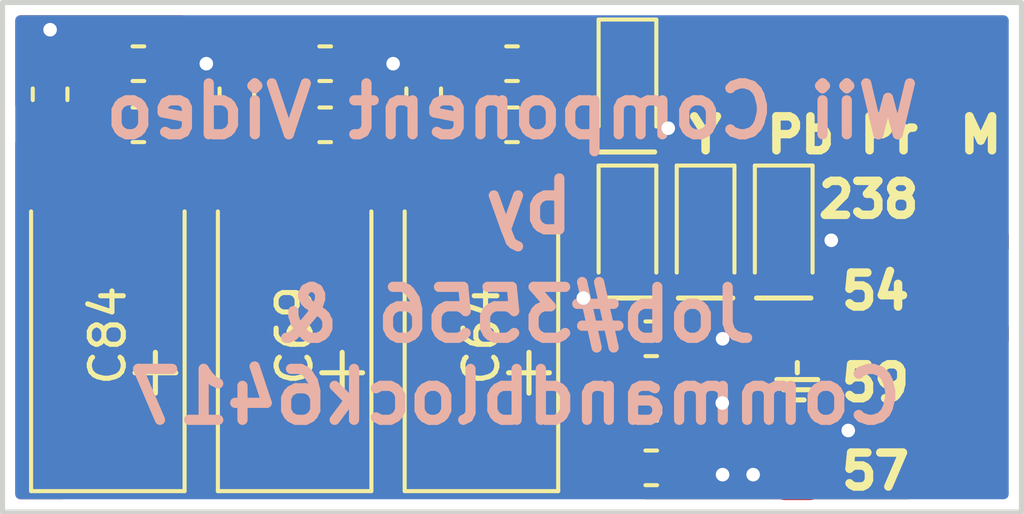
<source format=kicad_pcb>
(kicad_pcb (version 20171130) (host pcbnew 5.0.2+dfsg1-1)

  (general
    (thickness 1.6)
    (drawings 29)
    (tracks 95)
    (zones 0)
    (modules 28)
    (nets 12)
  )

  (page A4)
  (layers
    (0 F.Cu signal)
    (31 B.Cu signal hide)
    (32 B.Adhes user hide)
    (33 F.Adhes user hide)
    (34 B.Paste user hide)
    (35 F.Paste user hide)
    (36 B.SilkS user hide)
    (37 F.SilkS user)
    (38 B.Mask user hide)
    (39 F.Mask user hide)
    (40 Dwgs.User user)
    (41 Cmts.User user)
    (42 Eco1.User user)
    (43 Eco2.User user)
    (44 Edge.Cuts user)
    (45 Margin user)
    (46 B.CrtYd user)
    (47 F.CrtYd user)
    (48 B.Fab user)
    (49 F.Fab user)
  )

  (setup
    (last_trace_width 0.3)
    (trace_clearance 0.3)
    (zone_clearance 0.3)
    (zone_45_only no)
    (trace_min 0.2)
    (segment_width 0.15)
    (edge_width 0.15)
    (via_size 0.8)
    (via_drill 0.4)
    (via_min_size 0.4)
    (via_min_drill 0.3)
    (uvia_size 0.3)
    (uvia_drill 0.1)
    (uvias_allowed no)
    (uvia_min_size 0.2)
    (uvia_min_drill 0.1)
    (pcb_text_width 0.3)
    (pcb_text_size 1.5 1.5)
    (mod_edge_width 0.15)
    (mod_text_size 1 1)
    (mod_text_width 0.15)
    (pad_size 1 1)
    (pad_drill 0)
    (pad_to_mask_clearance 0.051)
    (solder_mask_min_width 0.25)
    (aux_axis_origin 0 0)
    (visible_elements FFFFFF7F)
    (pcbplotparams
      (layerselection 0x010f0_ffffffff)
      (usegerberextensions false)
      (usegerberattributes false)
      (usegerberadvancedattributes false)
      (creategerberjobfile false)
      (excludeedgelayer true)
      (linewidth 0.100000)
      (plotframeref false)
      (viasonmask false)
      (mode 1)
      (useauxorigin false)
      (hpglpennumber 1)
      (hpglpenspeed 20)
      (hpglpendiameter 15.000000)
      (psnegative false)
      (psa4output false)
      (plotreference true)
      (plotvalue true)
      (plotinvisibletext false)
      (padsonsilk false)
      (subtractmaskfromsilk false)
      (outputformat 1)
      (mirror false)
      (drillshape 0)
      (scaleselection 1)
      (outputdirectory "output/"))
  )

  (net 0 "")
  (net 1 PbOut)
  (net 2 AVE54)
  (net 3 AVE57)
  (net 4 AVE59)
  (net 5 YOut)
  (net 6 PrOut)
  (net 7 "Net-(C66-Pad1)")
  (net 8 "Net-(C83-Pad1)")
  (net 9 "Net-(C64-Pad2)")
  (net 10 GND)
  (net 11 MODE)

  (net_class Default "This is the default net class."
    (clearance 0.3)
    (trace_width 0.3)
    (via_dia 0.8)
    (via_drill 0.4)
    (uvia_dia 0.3)
    (uvia_drill 0.1)
    (add_net AVE54)
    (add_net AVE57)
    (add_net AVE59)
    (add_net GND)
    (add_net MODE)
    (add_net "Net-(C64-Pad2)")
    (add_net "Net-(C66-Pad1)")
    (add_net "Net-(C83-Pad1)")
    (add_net PbOut)
    (add_net PrOut)
    (add_net YOut)
  )

  (module Pad:pad (layer F.Cu) (tedit 5F071B82) (tstamp 5F07635C)
    (at 206.4 67.4 180)
    (path /5F07713C)
    (fp_text reference J9 (at -6.35 -0.77 180) (layer F.SilkS) hide
      (effects (font (size 1 1) (thickness 0.15)))
    )
    (fp_text value Conn_01x01_Male (at -6.35 -1.77 180) (layer F.Fab) hide
      (effects (font (size 1 1) (thickness 0.15)))
    )
    (pad 1 smd roundrect (at 0 0 180) (size 1.5 2.5) (layers F.Cu F.Paste F.Mask) (roundrect_rratio 0.25)
      (net 10 GND))
  )

  (module Pad:pad (layer F.Cu) (tedit 5F071B82) (tstamp 5F0724CE)
    (at 203.7 55.7)
    (path /5F06ADE7)
    (fp_text reference J1 (at -6.35 -0.77) (layer F.SilkS) hide
      (effects (font (size 1 1) (thickness 0.15)))
    )
    (fp_text value Conn_01x01_Male (at -6.35 -1.77) (layer F.Fab) hide
      (effects (font (size 1 1) (thickness 0.15)))
    )
    (pad 1 smd roundrect (at 0 0) (size 1.5 2.5) (layers F.Cu F.Paste F.Mask) (roundrect_rratio 0.25)
      (net 5 YOut))
  )

  (module Pad:pad (layer F.Cu) (tedit 5F071B82) (tstamp 5F0724C9)
    (at 206.4 55.7)
    (path /5F06ADED)
    (fp_text reference J2 (at -6.35 -0.77) (layer F.SilkS) hide
      (effects (font (size 1 1) (thickness 0.15)))
    )
    (fp_text value Conn_01x01_Male (at -6.35 -1.77) (layer F.Fab) hide
      (effects (font (size 1 1) (thickness 0.15)))
    )
    (pad 1 smd roundrect (at 0 0) (size 1.5 2.5) (layers F.Cu F.Paste F.Mask) (roundrect_rratio 0.25)
      (net 1 PbOut))
  )

  (module Pad:pad (layer F.Cu) (tedit 5F071B82) (tstamp 5F0724C4)
    (at 209.1 55.7)
    (path /5F06ADF3)
    (fp_text reference J3 (at -6.35 -0.77) (layer F.SilkS) hide
      (effects (font (size 1 1) (thickness 0.15)))
    )
    (fp_text value Conn_01x01_Male (at -6.35 -1.77) (layer F.Fab) hide
      (effects (font (size 1 1) (thickness 0.15)))
    )
    (pad 1 smd roundrect (at 0 0) (size 1.5 2.5) (layers F.Cu F.Paste F.Mask) (roundrect_rratio 0.25)
      (net 6 PrOut))
  )

  (module Pad:pad (layer F.Cu) (tedit 5F071B82) (tstamp 5F0724BF)
    (at 211.3 59.7 90)
    (path /5F06ADE1)
    (fp_text reference J4 (at -6.35 -0.77 90) (layer F.SilkS) hide
      (effects (font (size 1 1) (thickness 0.15)))
    )
    (fp_text value Conn_01x01_Male (at -6.35 -1.77 90) (layer F.Fab) hide
      (effects (font (size 1 1) (thickness 0.15)))
    )
    (pad 1 smd roundrect (at 0 0 90) (size 1.5 2.5) (layers F.Cu F.Paste F.Mask) (roundrect_rratio 0.25)
      (net 11 MODE))
  )

  (module Pad:pad (layer F.Cu) (tedit 5F071B82) (tstamp 5F0724B2)
    (at 211.3 65.1 90)
    (path /5F06047B)
    (fp_text reference J6 (at -6.35 -0.77 90) (layer F.SilkS) hide
      (effects (font (size 1 1) (thickness 0.15)))
    )
    (fp_text value Conn_01x01_Male (at -6.35 -1.77 90) (layer F.Fab) hide
      (effects (font (size 1 1) (thickness 0.15)))
    )
    (pad 1 smd roundrect (at 0 0 90) (size 1.5 2.5) (layers F.Cu F.Paste F.Mask) (roundrect_rratio 0.25)
      (net 4 AVE59))
  )

  (module Pad:pad (layer F.Cu) (tedit 5F071B82) (tstamp 5F0724AD)
    (at 211.3 67.8 90)
    (path /5F060CC6)
    (fp_text reference J7 (at -6.35 -0.77 90) (layer F.SilkS) hide
      (effects (font (size 1 1) (thickness 0.15)))
    )
    (fp_text value Conn_01x01_Male (at -6.35 -1.77 90) (layer F.Fab) hide
      (effects (font (size 1 1) (thickness 0.15)))
    )
    (pad 1 smd roundrect (at 0 0 90) (size 1.5 2.5) (layers F.Cu F.Paste F.Mask) (roundrect_rratio 0.25)
      (net 3 AVE57))
  )

  (module Pad:pad (layer F.Cu) (tedit 5F071B82) (tstamp 5F0724A8)
    (at 211.3 62.4 90)
    (path /5F061511)
    (fp_text reference J8 (at -6.35 -0.77 90) (layer F.SilkS) hide
      (effects (font (size 1 1) (thickness 0.15)))
    )
    (fp_text value Conn_01x01_Male (at -6.35 -1.77 90) (layer F.Fab) hide
      (effects (font (size 1 1) (thickness 0.15)))
    )
    (pad 1 smd roundrect (at 0 0 90) (size 1.5 2.5) (layers F.Cu F.Paste F.Mask) (roundrect_rratio 0.25)
      (net 2 AVE54))
  )

  (module Pad:pad (layer F.Cu) (tedit 5F071B82) (tstamp 5F071EBD)
    (at 211.8 55.7)
    (path /5F06014A)
    (fp_text reference J5 (at -6.35 -0.77) (layer F.SilkS) hide
      (effects (font (size 1 1) (thickness 0.15)))
    )
    (fp_text value Conn_01x01_Male (at -6.35 -1.77) (layer F.Fab) hide
      (effects (font (size 1 1) (thickness 0.15)))
    )
    (pad 1 smd roundrect (at 0 0) (size 1.5 2.5) (layers F.Cu F.Paste F.Mask) (roundrect_rratio 0.25)
      (net 11 MODE))
  )

  (module Diode_SMD:D_SOD-323_HandSoldering (layer F.Cu) (tedit 5F0722FA) (tstamp 5F05F070)
    (at 206 60.7 270)
    (descr SOD-323)
    (tags SOD-323)
    (path /5F03E7AD)
    (attr smd)
    (fp_text reference D4 (at -3.1 -1.8 270) (layer F.SilkS) hide
      (effects (font (size 1 1) (thickness 0.15)))
    )
    (fp_text value PESD5V0U1BA (at 0.1 1.9 270) (layer F.Fab) hide
      (effects (font (size 1 1) (thickness 0.15)))
    )
    (fp_text user %R (at 0 -1.85 270) (layer F.Fab) hide
      (effects (font (size 1 1) (thickness 0.15)))
    )
    (fp_line (start -1.9 -0.85) (end -1.9 0.85) (layer F.SilkS) (width 0.12))
    (fp_line (start 0.2 0) (end 0.45 0) (layer F.Fab) (width 0.1))
    (fp_line (start 0.2 0.35) (end -0.3 0) (layer F.Fab) (width 0.1))
    (fp_line (start 0.2 -0.35) (end 0.2 0.35) (layer F.Fab) (width 0.1))
    (fp_line (start -0.3 0) (end 0.2 -0.35) (layer F.Fab) (width 0.1))
    (fp_line (start -0.3 0) (end -0.5 0) (layer F.Fab) (width 0.1))
    (fp_line (start -0.3 -0.35) (end -0.3 0.35) (layer F.Fab) (width 0.1))
    (fp_line (start -0.9 0.7) (end -0.9 -0.7) (layer F.Fab) (width 0.1))
    (fp_line (start 0.9 0.7) (end -0.9 0.7) (layer F.Fab) (width 0.1))
    (fp_line (start 0.9 -0.7) (end 0.9 0.7) (layer F.Fab) (width 0.1))
    (fp_line (start -0.9 -0.7) (end 0.9 -0.7) (layer F.Fab) (width 0.1))
    (fp_line (start -2 -0.95) (end 2 -0.95) (layer F.CrtYd) (width 0.05))
    (fp_line (start 2 -0.95) (end 2 0.95) (layer F.CrtYd) (width 0.05))
    (fp_line (start -2 0.95) (end 2 0.95) (layer F.CrtYd) (width 0.05))
    (fp_line (start -2 -0.95) (end -2 0.95) (layer F.CrtYd) (width 0.05))
    (fp_line (start -1.9 0.85) (end 1.25 0.85) (layer F.SilkS) (width 0.12))
    (fp_line (start -1.9 -0.85) (end 1.25 -0.85) (layer F.SilkS) (width 0.12))
    (pad 1 smd roundrect (at -1.25 0 270) (size 1 1) (layers F.Cu F.Paste F.Mask) (roundrect_rratio 0.25)
      (net 11 MODE))
    (pad 2 smd roundrect (at 1.25 0 270) (size 1 1) (layers F.Cu F.Paste F.Mask) (roundrect_rratio 0.25)
      (net 10 GND))
    (model ${KISYS3DMOD}/Diode_SMD.3dshapes/D_SOD-323.wrl
      (at (xyz 0 0 0))
      (scale (xyz 1 1 1))
      (rotate (xyz 0 0 0))
    )
  )

  (module Capacitor_Tantalum_SMD:CP_EIA-7343-15_Kemet-W_Pad2.25x2.55mm_HandSolder (layer F.Cu) (tedit 5F05E3B7) (tstamp 5F04DAA8)
    (at 197.1 63.8 90)
    (descr "Tantalum Capacitor SMD Kemet-W (7343-15 Metric), IPC_7351 nominal, (Body size from: http://www.kemet.com/Lists/ProductCatalog/Attachments/253/KEM_TC101_STD.pdf), generated with kicad-footprint-generator")
    (tags "capacitor tantalum")
    (path /5ED1E557)
    (attr smd)
    (fp_text reference C64 (at 0 0 90) (layer F.SilkS)
      (effects (font (size 1 1) (thickness 0.15)))
    )
    (fp_text value 220μF (at 0 3.1 90) (layer F.Fab) hide
      (effects (font (size 1 1) (thickness 0.15)))
    )
    (fp_line (start 3.65 -2.15) (end -2.65 -2.15) (layer F.Fab) (width 0.1))
    (fp_line (start -2.65 -2.15) (end -3.65 -1.15) (layer F.Fab) (width 0.1))
    (fp_line (start -3.65 -1.15) (end -3.65 2.15) (layer F.Fab) (width 0.1))
    (fp_line (start -3.65 2.15) (end 3.65 2.15) (layer F.Fab) (width 0.1))
    (fp_line (start 3.65 2.15) (end 3.65 -2.15) (layer F.Fab) (width 0.1))
    (fp_line (start 3.65 -2.26) (end -4.585 -2.26) (layer F.SilkS) (width 0.12))
    (fp_line (start -4.585 -2.26) (end -4.585 2.26) (layer F.SilkS) (width 0.12))
    (fp_line (start -4.585 2.26) (end 3.65 2.26) (layer F.SilkS) (width 0.12))
    (fp_line (start -4.58 2.4) (end -4.58 -2.4) (layer F.CrtYd) (width 0.05))
    (fp_line (start -4.58 -2.4) (end 4.58 -2.4) (layer F.CrtYd) (width 0.05))
    (fp_line (start 4.58 -2.4) (end 4.58 2.4) (layer F.CrtYd) (width 0.05))
    (fp_line (start 4.58 2.4) (end -4.58 2.4) (layer F.CrtYd) (width 0.05))
    (fp_text user %R (at 0 0 90) (layer F.Fab)
      (effects (font (size 1 1) (thickness 0.15)))
    )
    (pad 1 smd roundrect (at -3.2 0 90) (size 2.25 2.55) (layers F.Cu F.Paste F.Mask) (roundrect_rratio 0.111111)
      (net 3 AVE57))
    (pad 2 smd roundrect (at 3.2 0 90) (size 2.25 2.55) (layers F.Cu F.Paste F.Mask) (roundrect_rratio 0.111111)
      (net 9 "Net-(C64-Pad2)"))
    (model ${KISYS3DMOD}/Capacitor_Tantalum_SMD.3dshapes/CP_EIA-7343-15_Kemet-W.wrl
      (at (xyz 0 0 0))
      (scale (xyz 1 1 1))
      (rotate (xyz 0 0 0))
    )
  )

  (module Capacitor_Tantalum_SMD:CP_EIA-7343-15_Kemet-W_Pad2.25x2.55mm_HandSolder (layer F.Cu) (tedit 5F05E3BA) (tstamp 5F04DA96)
    (at 191.6 63.8 90)
    (descr "Tantalum Capacitor SMD Kemet-W (7343-15 Metric), IPC_7351 nominal, (Body size from: http://www.kemet.com/Lists/ProductCatalog/Attachments/253/KEM_TC101_STD.pdf), generated with kicad-footprint-generator")
    (tags "capacitor tantalum")
    (path /5ED1DC64)
    (attr smd)
    (fp_text reference C69 (at 0 0 90) (layer F.SilkS)
      (effects (font (size 1 1) (thickness 0.15)))
    )
    (fp_text value 220μF (at 0 3.1 90) (layer F.Fab) hide
      (effects (font (size 1 1) (thickness 0.15)))
    )
    (fp_text user %R (at 0 0 90) (layer F.Fab)
      (effects (font (size 1 1) (thickness 0.15)))
    )
    (fp_line (start 4.58 2.4) (end -4.58 2.4) (layer F.CrtYd) (width 0.05))
    (fp_line (start 4.58 -2.4) (end 4.58 2.4) (layer F.CrtYd) (width 0.05))
    (fp_line (start -4.58 -2.4) (end 4.58 -2.4) (layer F.CrtYd) (width 0.05))
    (fp_line (start -4.58 2.4) (end -4.58 -2.4) (layer F.CrtYd) (width 0.05))
    (fp_line (start -4.585 2.26) (end 3.65 2.26) (layer F.SilkS) (width 0.12))
    (fp_line (start -4.585 -2.26) (end -4.585 2.26) (layer F.SilkS) (width 0.12))
    (fp_line (start 3.65 -2.26) (end -4.585 -2.26) (layer F.SilkS) (width 0.12))
    (fp_line (start 3.65 2.15) (end 3.65 -2.15) (layer F.Fab) (width 0.1))
    (fp_line (start -3.65 2.15) (end 3.65 2.15) (layer F.Fab) (width 0.1))
    (fp_line (start -3.65 -1.15) (end -3.65 2.15) (layer F.Fab) (width 0.1))
    (fp_line (start -2.65 -2.15) (end -3.65 -1.15) (layer F.Fab) (width 0.1))
    (fp_line (start 3.65 -2.15) (end -2.65 -2.15) (layer F.Fab) (width 0.1))
    (pad 2 smd roundrect (at 3.2 0 90) (size 2.25 2.55) (layers F.Cu F.Paste F.Mask) (roundrect_rratio 0.111111)
      (net 7 "Net-(C66-Pad1)"))
    (pad 1 smd roundrect (at -3.2 0 90) (size 2.25 2.55) (layers F.Cu F.Paste F.Mask) (roundrect_rratio 0.111111)
      (net 4 AVE59))
    (model ${KISYS3DMOD}/Capacitor_Tantalum_SMD.3dshapes/CP_EIA-7343-15_Kemet-W.wrl
      (at (xyz 0 0 0))
      (scale (xyz 1 1 1))
      (rotate (xyz 0 0 0))
    )
  )

  (module Capacitor_Tantalum_SMD:CP_EIA-7343-15_Kemet-W_Pad2.25x2.55mm_HandSolder (layer F.Cu) (tedit 5F05E3BD) (tstamp 5F04DA84)
    (at 186.1 63.8 90)
    (descr "Tantalum Capacitor SMD Kemet-W (7343-15 Metric), IPC_7351 nominal, (Body size from: http://www.kemet.com/Lists/ProductCatalog/Attachments/253/KEM_TC101_STD.pdf), generated with kicad-footprint-generator")
    (tags "capacitor tantalum")
    (path /5ED1F3C6)
    (attr smd)
    (fp_text reference C84 (at 0 0 90) (layer F.SilkS)
      (effects (font (size 1 1) (thickness 0.15)))
    )
    (fp_text value 220μF (at 0 3.1 90) (layer F.Fab) hide
      (effects (font (size 1 1) (thickness 0.15)))
    )
    (fp_line (start 3.65 -2.15) (end -2.65 -2.15) (layer F.Fab) (width 0.1))
    (fp_line (start -2.65 -2.15) (end -3.65 -1.15) (layer F.Fab) (width 0.1))
    (fp_line (start -3.65 -1.15) (end -3.65 2.15) (layer F.Fab) (width 0.1))
    (fp_line (start -3.65 2.15) (end 3.65 2.15) (layer F.Fab) (width 0.1))
    (fp_line (start 3.65 2.15) (end 3.65 -2.15) (layer F.Fab) (width 0.1))
    (fp_line (start 3.65 -2.26) (end -4.585 -2.26) (layer F.SilkS) (width 0.12))
    (fp_line (start -4.585 -2.26) (end -4.585 2.26) (layer F.SilkS) (width 0.12))
    (fp_line (start -4.585 2.26) (end 3.65 2.26) (layer F.SilkS) (width 0.12))
    (fp_line (start -4.58 2.4) (end -4.58 -2.4) (layer F.CrtYd) (width 0.05))
    (fp_line (start -4.58 -2.4) (end 4.58 -2.4) (layer F.CrtYd) (width 0.05))
    (fp_line (start 4.58 -2.4) (end 4.58 2.4) (layer F.CrtYd) (width 0.05))
    (fp_line (start 4.58 2.4) (end -4.58 2.4) (layer F.CrtYd) (width 0.05))
    (fp_text user %R (at 0 0 90) (layer F.Fab)
      (effects (font (size 1 1) (thickness 0.15)))
    )
    (pad 1 smd roundrect (at -3.2 0 90) (size 2.25 2.55) (layers F.Cu F.Paste F.Mask) (roundrect_rratio 0.111111)
      (net 2 AVE54))
    (pad 2 smd roundrect (at 3.2 0 90) (size 2.25 2.55) (layers F.Cu F.Paste F.Mask) (roundrect_rratio 0.111111)
      (net 8 "Net-(C83-Pad1)"))
    (model ${KISYS3DMOD}/Capacitor_Tantalum_SMD.3dshapes/CP_EIA-7343-15_Kemet-W.wrl
      (at (xyz 0 0 0))
      (scale (xyz 1 1 1))
      (rotate (xyz 0 0 0))
    )
  )

  (module Diode_SMD:D_SOD-323_HandSoldering (layer F.Cu) (tedit 5F072305) (tstamp 5F044815)
    (at 201.4 56.4 270)
    (descr SOD-323)
    (tags SOD-323)
    (path /5F035767)
    (attr smd)
    (fp_text reference D1 (at -2.3 -1.7 270) (layer F.SilkS) hide
      (effects (font (size 1 1) (thickness 0.15)))
    )
    (fp_text value PESD5V0U1BA (at 23.51 -12.17 270) (layer F.Fab) hide
      (effects (font (size 1 1) (thickness 0.15)))
    )
    (fp_text user %R (at 0 -1.85 270) (layer F.Fab) hide
      (effects (font (size 1 1) (thickness 0.15)))
    )
    (fp_line (start -1.9 -0.85) (end -1.9 0.85) (layer F.SilkS) (width 0.12))
    (fp_line (start 0.2 0) (end 0.45 0) (layer F.Fab) (width 0.1))
    (fp_line (start 0.2 0.35) (end -0.3 0) (layer F.Fab) (width 0.1))
    (fp_line (start 0.2 -0.35) (end 0.2 0.35) (layer F.Fab) (width 0.1))
    (fp_line (start -0.3 0) (end 0.2 -0.35) (layer F.Fab) (width 0.1))
    (fp_line (start -0.3 0) (end -0.5 0) (layer F.Fab) (width 0.1))
    (fp_line (start -0.3 -0.35) (end -0.3 0.35) (layer F.Fab) (width 0.1))
    (fp_line (start -0.9 0.7) (end -0.9 -0.7) (layer F.Fab) (width 0.1))
    (fp_line (start 0.9 0.7) (end -0.9 0.7) (layer F.Fab) (width 0.1))
    (fp_line (start 0.9 -0.7) (end 0.9 0.7) (layer F.Fab) (width 0.1))
    (fp_line (start -0.9 -0.7) (end 0.9 -0.7) (layer F.Fab) (width 0.1))
    (fp_line (start -2 -0.95) (end 2 -0.95) (layer F.CrtYd) (width 0.05))
    (fp_line (start 2 -0.95) (end 2 0.95) (layer F.CrtYd) (width 0.05))
    (fp_line (start -2 0.95) (end 2 0.95) (layer F.CrtYd) (width 0.05))
    (fp_line (start -2 -0.95) (end -2 0.95) (layer F.CrtYd) (width 0.05))
    (fp_line (start -1.9 0.85) (end 1.25 0.85) (layer F.SilkS) (width 0.12))
    (fp_line (start -1.9 -0.85) (end 1.25 -0.85) (layer F.SilkS) (width 0.12))
    (pad 1 smd roundrect (at -1.25 0 270) (size 1 1) (layers F.Cu F.Paste F.Mask) (roundrect_rratio 0.25)
      (net 5 YOut))
    (pad 2 smd roundrect (at 1.25 0 270) (size 1 1) (layers F.Cu F.Paste F.Mask) (roundrect_rratio 0.25)
      (net 10 GND))
    (model ${KISYS3DMOD}/Diode_SMD.3dshapes/D_SOD-323.wrl
      (at (xyz 0 0 0))
      (scale (xyz 1 1 1))
      (rotate (xyz 0 0 0))
    )
  )

  (module Diode_SMD:D_SOD-323_HandSoldering (layer F.Cu) (tedit 5F0722F3) (tstamp 5F043865)
    (at 201.4 60.7 270)
    (descr SOD-323)
    (tags SOD-323)
    (path /5F035A3D)
    (attr smd)
    (fp_text reference D2 (at -2.4 -1.6 270) (layer F.SilkS) hide
      (effects (font (size 1 1) (thickness 0.15)))
    )
    (fp_text value PESD5V0U1BA (at 0.1 1.9 270) (layer F.Fab) hide
      (effects (font (size 1 1) (thickness 0.15)))
    )
    (fp_line (start -1.9 -0.85) (end 1.25 -0.85) (layer F.SilkS) (width 0.12))
    (fp_line (start -1.9 0.85) (end 1.25 0.85) (layer F.SilkS) (width 0.12))
    (fp_line (start -2 -0.95) (end -2 0.95) (layer F.CrtYd) (width 0.05))
    (fp_line (start -2 0.95) (end 2 0.95) (layer F.CrtYd) (width 0.05))
    (fp_line (start 2 -0.95) (end 2 0.95) (layer F.CrtYd) (width 0.05))
    (fp_line (start -2 -0.95) (end 2 -0.95) (layer F.CrtYd) (width 0.05))
    (fp_line (start -0.9 -0.7) (end 0.9 -0.7) (layer F.Fab) (width 0.1))
    (fp_line (start 0.9 -0.7) (end 0.9 0.7) (layer F.Fab) (width 0.1))
    (fp_line (start 0.9 0.7) (end -0.9 0.7) (layer F.Fab) (width 0.1))
    (fp_line (start -0.9 0.7) (end -0.9 -0.7) (layer F.Fab) (width 0.1))
    (fp_line (start -0.3 -0.35) (end -0.3 0.35) (layer F.Fab) (width 0.1))
    (fp_line (start -0.3 0) (end -0.5 0) (layer F.Fab) (width 0.1))
    (fp_line (start -0.3 0) (end 0.2 -0.35) (layer F.Fab) (width 0.1))
    (fp_line (start 0.2 -0.35) (end 0.2 0.35) (layer F.Fab) (width 0.1))
    (fp_line (start 0.2 0.35) (end -0.3 0) (layer F.Fab) (width 0.1))
    (fp_line (start 0.2 0) (end 0.45 0) (layer F.Fab) (width 0.1))
    (fp_line (start -1.9 -0.85) (end -1.9 0.85) (layer F.SilkS) (width 0.12))
    (fp_text user %R (at 0 -1.85 270) (layer F.Fab) hide
      (effects (font (size 1 1) (thickness 0.15)))
    )
    (pad 2 smd roundrect (at 1.25 0 270) (size 1 1) (layers F.Cu F.Paste F.Mask) (roundrect_rratio 0.25)
      (net 10 GND))
    (pad 1 smd roundrect (at -1.25 0 270) (size 1 1) (layers F.Cu F.Paste F.Mask) (roundrect_rratio 0.25)
      (net 1 PbOut))
    (model ${KISYS3DMOD}/Diode_SMD.3dshapes/D_SOD-323.wrl
      (at (xyz 0 0 0))
      (scale (xyz 1 1 1))
      (rotate (xyz 0 0 0))
    )
  )

  (module Diode_SMD:D_SOD-323_HandSoldering (layer F.Cu) (tedit 5F0722F6) (tstamp 5F04384E)
    (at 203.7 60.7 270)
    (descr SOD-323)
    (tags SOD-323)
    (path /5F03636E)
    (attr smd)
    (fp_text reference D3 (at 0 -1.85 270) (layer F.SilkS) hide
      (effects (font (size 1 1) (thickness 0.15)))
    )
    (fp_text value PESD5V0U1BA (at 0.1 1.9 270) (layer F.Fab) hide
      (effects (font (size 1 1) (thickness 0.15)))
    )
    (fp_text user %R (at 5.3 -3.3 270) (layer F.Fab) hide
      (effects (font (size 1 1) (thickness 0.15)))
    )
    (fp_line (start -1.9 -0.85) (end -1.9 0.85) (layer F.SilkS) (width 0.12))
    (fp_line (start 0.2 0) (end 0.45 0) (layer F.Fab) (width 0.1))
    (fp_line (start 0.2 0.35) (end -0.3 0) (layer F.Fab) (width 0.1))
    (fp_line (start 0.2 -0.35) (end 0.2 0.35) (layer F.Fab) (width 0.1))
    (fp_line (start -0.3 0) (end 0.2 -0.35) (layer F.Fab) (width 0.1))
    (fp_line (start -0.3 0) (end -0.5 0) (layer F.Fab) (width 0.1))
    (fp_line (start -0.3 -0.35) (end -0.3 0.35) (layer F.Fab) (width 0.1))
    (fp_line (start -0.9 0.7) (end -0.9 -0.7) (layer F.Fab) (width 0.1))
    (fp_line (start 0.9 0.7) (end -0.9 0.7) (layer F.Fab) (width 0.1))
    (fp_line (start 0.9 -0.7) (end 0.9 0.7) (layer F.Fab) (width 0.1))
    (fp_line (start -0.9 -0.7) (end 0.9 -0.7) (layer F.Fab) (width 0.1))
    (fp_line (start -2 -0.95) (end 2 -0.95) (layer F.CrtYd) (width 0.05))
    (fp_line (start 2 -0.95) (end 2 0.95) (layer F.CrtYd) (width 0.05))
    (fp_line (start -2 0.95) (end 2 0.95) (layer F.CrtYd) (width 0.05))
    (fp_line (start -2 -0.95) (end -2 0.95) (layer F.CrtYd) (width 0.05))
    (fp_line (start -1.9 0.85) (end 1.25 0.85) (layer F.SilkS) (width 0.12))
    (fp_line (start -1.9 -0.85) (end 1.25 -0.85) (layer F.SilkS) (width 0.12))
    (pad 1 smd roundrect (at -1.25 0 270) (size 1 1) (layers F.Cu F.Paste F.Mask) (roundrect_rratio 0.25)
      (net 6 PrOut))
    (pad 2 smd roundrect (at 1.25 0 270) (size 1 1) (layers F.Cu F.Paste F.Mask) (roundrect_rratio 0.25)
      (net 10 GND))
    (model ${KISYS3DMOD}/Diode_SMD.3dshapes/D_SOD-323.wrl
      (at (xyz 0 0 0))
      (scale (xyz 1 1 1))
      (rotate (xyz 0 0 0))
    )
  )

  (module Capacitor_SMD:C_0603_1608Metric_Pad1.05x0.95mm_HandSolder (layer F.Cu) (tedit 5F05E91F) (tstamp 5EFBC519)
    (at 184.4 56.7 270)
    (descr "Capacitor SMD 0603 (1608 Metric), square (rectangular) end terminal, IPC_7351 nominal with elongated pad for handsoldering. (Body size source: http://www.tortai-tech.com/upload/download/2011102023233369053.pdf), generated with kicad-footprint-generator")
    (tags "capacitor handsolder")
    (path /5ECF6BC3)
    (attr smd)
    (fp_text reference C85 (at 0 1.6 270) (layer F.SilkS) hide
      (effects (font (size 1 1) (thickness 0.15)))
    )
    (fp_text value 100pF (at 0 1.43 270) (layer F.Fab) hide
      (effects (font (size 1 1) (thickness 0.15)))
    )
    (fp_text user %R (at 0 0 270) (layer F.Fab)
      (effects (font (size 0.4 0.4) (thickness 0.06)))
    )
    (fp_line (start 1.65 0.73) (end -1.65 0.73) (layer F.CrtYd) (width 0.05))
    (fp_line (start 1.65 -0.73) (end 1.65 0.73) (layer F.CrtYd) (width 0.05))
    (fp_line (start -1.65 -0.73) (end 1.65 -0.73) (layer F.CrtYd) (width 0.05))
    (fp_line (start -1.65 0.73) (end -1.65 -0.73) (layer F.CrtYd) (width 0.05))
    (fp_line (start -0.171267 0.51) (end 0.171267 0.51) (layer F.SilkS) (width 0.12))
    (fp_line (start -0.171267 -0.51) (end 0.171267 -0.51) (layer F.SilkS) (width 0.12))
    (fp_line (start 0.8 0.4) (end -0.8 0.4) (layer F.Fab) (width 0.1))
    (fp_line (start 0.8 -0.4) (end 0.8 0.4) (layer F.Fab) (width 0.1))
    (fp_line (start -0.8 -0.4) (end 0.8 -0.4) (layer F.Fab) (width 0.1))
    (fp_line (start -0.8 0.4) (end -0.8 -0.4) (layer F.Fab) (width 0.1))
    (pad 2 smd roundrect (at 0.875 0 270) (size 1.05 0.95) (layers F.Cu F.Paste F.Mask) (roundrect_rratio 0.25)
      (net 8 "Net-(C83-Pad1)"))
    (pad 1 smd roundrect (at -0.875 0 270) (size 1.05 0.95) (layers F.Cu F.Paste F.Mask) (roundrect_rratio 0.25)
      (net 10 GND))
    (model ${KISYS3DMOD}/Capacitor_SMD.3dshapes/C_0603_1608Metric.wrl
      (at (xyz 0 0 0))
      (scale (xyz 1 1 1))
      (rotate (xyz 0 0 0))
    )
  )

  (module Capacitor_SMD:C_0603_1608Metric_Pad1.05x0.95mm_HandSolder (layer F.Cu) (tedit 5F05E70D) (tstamp 5EFBC508)
    (at 187 55.8)
    (descr "Capacitor SMD 0603 (1608 Metric), square (rectangular) end terminal, IPC_7351 nominal with elongated pad for handsoldering. (Body size source: http://www.tortai-tech.com/upload/download/2011102023233369053.pdf), generated with kicad-footprint-generator")
    (tags "capacitor handsolder")
    (path /5ECF6BB9)
    (attr smd)
    (fp_text reference C83 (at 0 -1.43) (layer F.SilkS) hide
      (effects (font (size 1 1) (thickness 0.15)))
    )
    (fp_text value 50pF (at 0 1.43) (layer F.Fab) hide
      (effects (font (size 1 1) (thickness 0.15)))
    )
    (fp_line (start -0.8 0.4) (end -0.8 -0.4) (layer F.Fab) (width 0.1))
    (fp_line (start -0.8 -0.4) (end 0.8 -0.4) (layer F.Fab) (width 0.1))
    (fp_line (start 0.8 -0.4) (end 0.8 0.4) (layer F.Fab) (width 0.1))
    (fp_line (start 0.8 0.4) (end -0.8 0.4) (layer F.Fab) (width 0.1))
    (fp_line (start -0.171267 -0.51) (end 0.171267 -0.51) (layer F.SilkS) (width 0.12))
    (fp_line (start -0.171267 0.51) (end 0.171267 0.51) (layer F.SilkS) (width 0.12))
    (fp_line (start -1.65 0.73) (end -1.65 -0.73) (layer F.CrtYd) (width 0.05))
    (fp_line (start -1.65 -0.73) (end 1.65 -0.73) (layer F.CrtYd) (width 0.05))
    (fp_line (start 1.65 -0.73) (end 1.65 0.73) (layer F.CrtYd) (width 0.05))
    (fp_line (start 1.65 0.73) (end -1.65 0.73) (layer F.CrtYd) (width 0.05))
    (fp_text user %R (at 0 0) (layer F.Fab)
      (effects (font (size 0.4 0.4) (thickness 0.06)))
    )
    (pad 1 smd roundrect (at -0.875 0) (size 1.05 0.95) (layers F.Cu F.Paste F.Mask) (roundrect_rratio 0.25)
      (net 8 "Net-(C83-Pad1)"))
    (pad 2 smd roundrect (at 0.875 0) (size 1.05 0.95) (layers F.Cu F.Paste F.Mask) (roundrect_rratio 0.25)
      (net 5 YOut))
    (model ${KISYS3DMOD}/Capacitor_SMD.3dshapes/C_0603_1608Metric.wrl
      (at (xyz 0 0 0))
      (scale (xyz 1 1 1))
      (rotate (xyz 0 0 0))
    )
  )

  (module Capacitor_SMD:C_0603_1608Metric_Pad1.05x0.95mm_HandSolder (layer F.Cu) (tedit 5F05E8ED) (tstamp 5EFBC4F7)
    (at 195.4 56.7 270)
    (descr "Capacitor SMD 0603 (1608 Metric), square (rectangular) end terminal, IPC_7351 nominal with elongated pad for handsoldering. (Body size source: http://www.tortai-tech.com/upload/download/2011102023233369053.pdf), generated with kicad-footprint-generator")
    (tags "capacitor handsolder")
    (path /5ECE7B2C)
    (attr smd)
    (fp_text reference C78 (at 0 1.6 270) (layer F.SilkS) hide
      (effects (font (size 1 1) (thickness 0.15)))
    )
    (fp_text value 100pF (at 0 1.43 270) (layer F.Fab) hide
      (effects (font (size 1 1) (thickness 0.15)))
    )
    (fp_text user %R (at 0 0 270) (layer F.Fab)
      (effects (font (size 0.4 0.4) (thickness 0.06)))
    )
    (fp_line (start 1.65 0.73) (end -1.65 0.73) (layer F.CrtYd) (width 0.05))
    (fp_line (start 1.65 -0.73) (end 1.65 0.73) (layer F.CrtYd) (width 0.05))
    (fp_line (start -1.65 -0.73) (end 1.65 -0.73) (layer F.CrtYd) (width 0.05))
    (fp_line (start -1.65 0.73) (end -1.65 -0.73) (layer F.CrtYd) (width 0.05))
    (fp_line (start -0.171267 0.51) (end 0.171267 0.51) (layer F.SilkS) (width 0.12))
    (fp_line (start -0.171267 -0.51) (end 0.171267 -0.51) (layer F.SilkS) (width 0.12))
    (fp_line (start 0.8 0.4) (end -0.8 0.4) (layer F.Fab) (width 0.1))
    (fp_line (start 0.8 -0.4) (end 0.8 0.4) (layer F.Fab) (width 0.1))
    (fp_line (start -0.8 -0.4) (end 0.8 -0.4) (layer F.Fab) (width 0.1))
    (fp_line (start -0.8 0.4) (end -0.8 -0.4) (layer F.Fab) (width 0.1))
    (pad 2 smd roundrect (at 0.875 0 270) (size 1.05 0.95) (layers F.Cu F.Paste F.Mask) (roundrect_rratio 0.25)
      (net 9 "Net-(C64-Pad2)"))
    (pad 1 smd roundrect (at -0.875 0 270) (size 1.05 0.95) (layers F.Cu F.Paste F.Mask) (roundrect_rratio 0.25)
      (net 10 GND))
    (model ${KISYS3DMOD}/Capacitor_SMD.3dshapes/C_0603_1608Metric.wrl
      (at (xyz 0 0 0))
      (scale (xyz 1 1 1))
      (rotate (xyz 0 0 0))
    )
  )

  (module Capacitor_SMD:C_0603_1608Metric_Pad1.05x0.95mm_HandSolder (layer F.Cu) (tedit 5F05E709) (tstamp 5EFBC4E6)
    (at 198 55.8)
    (descr "Capacitor SMD 0603 (1608 Metric), square (rectangular) end terminal, IPC_7351 nominal with elongated pad for handsoldering. (Body size source: http://www.tortai-tech.com/upload/download/2011102023233369053.pdf), generated with kicad-footprint-generator")
    (tags "capacitor handsolder")
    (path /5ECE76BF)
    (attr smd)
    (fp_text reference C74 (at 0 -1.43) (layer F.SilkS) hide
      (effects (font (size 1 1) (thickness 0.15)))
    )
    (fp_text value 50pF (at 0 1.43) (layer F.Fab) hide
      (effects (font (size 1 1) (thickness 0.15)))
    )
    (fp_line (start -0.8 0.4) (end -0.8 -0.4) (layer F.Fab) (width 0.1))
    (fp_line (start -0.8 -0.4) (end 0.8 -0.4) (layer F.Fab) (width 0.1))
    (fp_line (start 0.8 -0.4) (end 0.8 0.4) (layer F.Fab) (width 0.1))
    (fp_line (start 0.8 0.4) (end -0.8 0.4) (layer F.Fab) (width 0.1))
    (fp_line (start -0.171267 -0.51) (end 0.171267 -0.51) (layer F.SilkS) (width 0.12))
    (fp_line (start -0.171267 0.51) (end 0.171267 0.51) (layer F.SilkS) (width 0.12))
    (fp_line (start -1.65 0.73) (end -1.65 -0.73) (layer F.CrtYd) (width 0.05))
    (fp_line (start -1.65 -0.73) (end 1.65 -0.73) (layer F.CrtYd) (width 0.05))
    (fp_line (start 1.65 -0.73) (end 1.65 0.73) (layer F.CrtYd) (width 0.05))
    (fp_line (start 1.65 0.73) (end -1.65 0.73) (layer F.CrtYd) (width 0.05))
    (fp_text user %R (at 0 0) (layer F.Fab)
      (effects (font (size 0.4 0.4) (thickness 0.06)))
    )
    (pad 1 smd roundrect (at -0.875 0) (size 1.05 0.95) (layers F.Cu F.Paste F.Mask) (roundrect_rratio 0.25)
      (net 9 "Net-(C64-Pad2)"))
    (pad 2 smd roundrect (at 0.875 0) (size 1.05 0.95) (layers F.Cu F.Paste F.Mask) (roundrect_rratio 0.25)
      (net 1 PbOut))
    (model ${KISYS3DMOD}/Capacitor_SMD.3dshapes/C_0603_1608Metric.wrl
      (at (xyz 0 0 0))
      (scale (xyz 1 1 1))
      (rotate (xyz 0 0 0))
    )
  )

  (module Capacitor_SMD:C_0603_1608Metric_Pad1.05x0.95mm_HandSolder (layer F.Cu) (tedit 5F05E8EB) (tstamp 5EFBC4D5)
    (at 189.9 56.7 270)
    (descr "Capacitor SMD 0603 (1608 Metric), square (rectangular) end terminal, IPC_7351 nominal with elongated pad for handsoldering. (Body size source: http://www.tortai-tech.com/upload/download/2011102023233369053.pdf), generated with kicad-footprint-generator")
    (tags "capacitor handsolder")
    (path /5ECDAFCC)
    (attr smd)
    (fp_text reference C72 (at 0 1.6 90) (layer F.SilkS) hide
      (effects (font (size 1 1) (thickness 0.15)))
    )
    (fp_text value 100pF (at 0 1.43 270) (layer F.Fab) hide
      (effects (font (size 1 1) (thickness 0.15)))
    )
    (fp_text user %R (at 0 0 270) (layer F.Fab)
      (effects (font (size 0.4 0.4) (thickness 0.06)))
    )
    (fp_line (start 1.65 0.73) (end -1.65 0.73) (layer F.CrtYd) (width 0.05))
    (fp_line (start 1.65 -0.73) (end 1.65 0.73) (layer F.CrtYd) (width 0.05))
    (fp_line (start -1.65 -0.73) (end 1.65 -0.73) (layer F.CrtYd) (width 0.05))
    (fp_line (start -1.65 0.73) (end -1.65 -0.73) (layer F.CrtYd) (width 0.05))
    (fp_line (start -0.171267 0.51) (end 0.171267 0.51) (layer F.SilkS) (width 0.12))
    (fp_line (start -0.171267 -0.51) (end 0.171267 -0.51) (layer F.SilkS) (width 0.12))
    (fp_line (start 0.8 0.4) (end -0.8 0.4) (layer F.Fab) (width 0.1))
    (fp_line (start 0.8 -0.4) (end 0.8 0.4) (layer F.Fab) (width 0.1))
    (fp_line (start -0.8 -0.4) (end 0.8 -0.4) (layer F.Fab) (width 0.1))
    (fp_line (start -0.8 0.4) (end -0.8 -0.4) (layer F.Fab) (width 0.1))
    (pad 2 smd roundrect (at 0.875 0 270) (size 1.05 0.95) (layers F.Cu F.Paste F.Mask) (roundrect_rratio 0.25)
      (net 7 "Net-(C66-Pad1)"))
    (pad 1 smd roundrect (at -0.875 0 270) (size 1.05 0.95) (layers F.Cu F.Paste F.Mask) (roundrect_rratio 0.25)
      (net 10 GND))
    (model ${KISYS3DMOD}/Capacitor_SMD.3dshapes/C_0603_1608Metric.wrl
      (at (xyz 0 0 0))
      (scale (xyz 1 1 1))
      (rotate (xyz 0 0 0))
    )
  )

  (module Capacitor_SMD:C_0603_1608Metric_Pad1.05x0.95mm_HandSolder (layer F.Cu) (tedit 5F05E705) (tstamp 5EFBC4C4)
    (at 192.5 55.8)
    (descr "Capacitor SMD 0603 (1608 Metric), square (rectangular) end terminal, IPC_7351 nominal with elongated pad for handsoldering. (Body size source: http://www.tortai-tech.com/upload/download/2011102023233369053.pdf), generated with kicad-footprint-generator")
    (tags "capacitor handsolder")
    (path /5ECD6281)
    (attr smd)
    (fp_text reference C66 (at 0 -1.43) (layer F.SilkS) hide
      (effects (font (size 1 1) (thickness 0.15)))
    )
    (fp_text value 50pF (at 0 1.43) (layer F.Fab) hide
      (effects (font (size 1 1) (thickness 0.15)))
    )
    (fp_line (start -0.8 0.4) (end -0.8 -0.4) (layer F.Fab) (width 0.1))
    (fp_line (start -0.8 -0.4) (end 0.8 -0.4) (layer F.Fab) (width 0.1))
    (fp_line (start 0.8 -0.4) (end 0.8 0.4) (layer F.Fab) (width 0.1))
    (fp_line (start 0.8 0.4) (end -0.8 0.4) (layer F.Fab) (width 0.1))
    (fp_line (start -0.171267 -0.51) (end 0.171267 -0.51) (layer F.SilkS) (width 0.12))
    (fp_line (start -0.171267 0.51) (end 0.171267 0.51) (layer F.SilkS) (width 0.12))
    (fp_line (start -1.65 0.73) (end -1.65 -0.73) (layer F.CrtYd) (width 0.05))
    (fp_line (start -1.65 -0.73) (end 1.65 -0.73) (layer F.CrtYd) (width 0.05))
    (fp_line (start 1.65 -0.73) (end 1.65 0.73) (layer F.CrtYd) (width 0.05))
    (fp_line (start 1.65 0.73) (end -1.65 0.73) (layer F.CrtYd) (width 0.05))
    (fp_text user %R (at 0 0) (layer F.Fab)
      (effects (font (size 0.4 0.4) (thickness 0.06)))
    )
    (pad 1 smd roundrect (at -0.875 0) (size 1.05 0.95) (layers F.Cu F.Paste F.Mask) (roundrect_rratio 0.25)
      (net 7 "Net-(C66-Pad1)"))
    (pad 2 smd roundrect (at 0.875 0) (size 1.05 0.95) (layers F.Cu F.Paste F.Mask) (roundrect_rratio 0.25)
      (net 6 PrOut))
    (model ${KISYS3DMOD}/Capacitor_SMD.3dshapes/C_0603_1608Metric.wrl
      (at (xyz 0 0 0))
      (scale (xyz 1 1 1))
      (rotate (xyz 0 0 0))
    )
  )

  (module Inductor_SMD:L_0603_1608Metric_Pad1.05x0.95mm_HandSolder (layer F.Cu) (tedit 5F05E70F) (tstamp 5EFBC4B3)
    (at 187 57.6 180)
    (descr "Capacitor SMD 0603 (1608 Metric), square (rectangular) end terminal, IPC_7351 nominal with elongated pad for handsoldering. (Body size source: http://www.tortai-tech.com/upload/download/2011102023233369053.pdf), generated with kicad-footprint-generator")
    (tags "inductor handsolder")
    (path /5ED8BF7A)
    (attr smd)
    (fp_text reference FIL17 (at 0 -1.43) (layer F.SilkS) hide
      (effects (font (size 1 1) (thickness 0.15)))
    )
    (fp_text value 390nH (at 0 1.43 180) (layer F.Fab) hide
      (effects (font (size 1 1) (thickness 0.15)))
    )
    (fp_line (start -0.8 0.4) (end -0.8 -0.4) (layer F.Fab) (width 0.1))
    (fp_line (start -0.8 -0.4) (end 0.8 -0.4) (layer F.Fab) (width 0.1))
    (fp_line (start 0.8 -0.4) (end 0.8 0.4) (layer F.Fab) (width 0.1))
    (fp_line (start 0.8 0.4) (end -0.8 0.4) (layer F.Fab) (width 0.1))
    (fp_line (start -0.171267 -0.51) (end 0.171267 -0.51) (layer F.SilkS) (width 0.12))
    (fp_line (start -0.171267 0.51) (end 0.171267 0.51) (layer F.SilkS) (width 0.12))
    (fp_line (start -1.65 0.73) (end -1.65 -0.73) (layer F.CrtYd) (width 0.05))
    (fp_line (start -1.65 -0.73) (end 1.65 -0.73) (layer F.CrtYd) (width 0.05))
    (fp_line (start 1.65 -0.73) (end 1.65 0.73) (layer F.CrtYd) (width 0.05))
    (fp_line (start 1.65 0.73) (end -1.65 0.73) (layer F.CrtYd) (width 0.05))
    (fp_text user %R (at 0 0 180) (layer F.Fab)
      (effects (font (size 0.4 0.4) (thickness 0.06)))
    )
    (pad 1 smd roundrect (at -0.875 0 180) (size 1.05 0.95) (layers F.Cu F.Paste F.Mask) (roundrect_rratio 0.25)
      (net 5 YOut))
    (pad 2 smd roundrect (at 0.875 0 180) (size 1.05 0.95) (layers F.Cu F.Paste F.Mask) (roundrect_rratio 0.25)
      (net 8 "Net-(C83-Pad1)"))
    (model ${KISYS3DMOD}/Inductor_SMD.3dshapes/L_0603_1608Metric.wrl
      (at (xyz 0 0 0))
      (scale (xyz 1 1 1))
      (rotate (xyz 0 0 0))
    )
  )

  (module Inductor_SMD:L_0603_1608Metric_Pad1.05x0.95mm_HandSolder (layer F.Cu) (tedit 5F05E70B) (tstamp 5EFBC4A2)
    (at 198 57.6 180)
    (descr "Capacitor SMD 0603 (1608 Metric), square (rectangular) end terminal, IPC_7351 nominal with elongated pad for handsoldering. (Body size source: http://www.tortai-tech.com/upload/download/2011102023233369053.pdf), generated with kicad-footprint-generator")
    (tags "inductor handsolder")
    (path /5ED92757)
    (attr smd)
    (fp_text reference FIL16 (at 0 -1.43 180) (layer F.SilkS) hide
      (effects (font (size 1 1) (thickness 0.15)))
    )
    (fp_text value 390nH (at 0 1.43 180) (layer F.Fab) hide
      (effects (font (size 1 1) (thickness 0.15)))
    )
    (fp_text user %R (at 0 0 180) (layer F.Fab)
      (effects (font (size 0.4 0.4) (thickness 0.06)))
    )
    (fp_line (start 1.65 0.73) (end -1.65 0.73) (layer F.CrtYd) (width 0.05))
    (fp_line (start 1.65 -0.73) (end 1.65 0.73) (layer F.CrtYd) (width 0.05))
    (fp_line (start -1.65 -0.73) (end 1.65 -0.73) (layer F.CrtYd) (width 0.05))
    (fp_line (start -1.65 0.73) (end -1.65 -0.73) (layer F.CrtYd) (width 0.05))
    (fp_line (start -0.171267 0.51) (end 0.171267 0.51) (layer F.SilkS) (width 0.12))
    (fp_line (start -0.171267 -0.51) (end 0.171267 -0.51) (layer F.SilkS) (width 0.12))
    (fp_line (start 0.8 0.4) (end -0.8 0.4) (layer F.Fab) (width 0.1))
    (fp_line (start 0.8 -0.4) (end 0.8 0.4) (layer F.Fab) (width 0.1))
    (fp_line (start -0.8 -0.4) (end 0.8 -0.4) (layer F.Fab) (width 0.1))
    (fp_line (start -0.8 0.4) (end -0.8 -0.4) (layer F.Fab) (width 0.1))
    (pad 2 smd roundrect (at 0.875 0 180) (size 1.05 0.95) (layers F.Cu F.Paste F.Mask) (roundrect_rratio 0.25)
      (net 9 "Net-(C64-Pad2)"))
    (pad 1 smd roundrect (at -0.875 0 180) (size 1.05 0.95) (layers F.Cu F.Paste F.Mask) (roundrect_rratio 0.25)
      (net 1 PbOut))
    (model ${KISYS3DMOD}/Inductor_SMD.3dshapes/L_0603_1608Metric.wrl
      (at (xyz 0 0 0))
      (scale (xyz 1 1 1))
      (rotate (xyz 0 0 0))
    )
  )

  (module Inductor_SMD:L_0603_1608Metric_Pad1.05x0.95mm_HandSolder (layer F.Cu) (tedit 5F05E707) (tstamp 5EFBC491)
    (at 192.5 57.6 180)
    (descr "Capacitor SMD 0603 (1608 Metric), square (rectangular) end terminal, IPC_7351 nominal with elongated pad for handsoldering. (Body size source: http://www.tortai-tech.com/upload/download/2011102023233369053.pdf), generated with kicad-footprint-generator")
    (tags "inductor handsolder")
    (path /5ED97240)
    (attr smd)
    (fp_text reference FIL15 (at 0 -1.43 180) (layer F.SilkS) hide
      (effects (font (size 1 1) (thickness 0.15)))
    )
    (fp_text value 390nH (at 0 6.35 180) (layer F.Fab) hide
      (effects (font (size 1 1) (thickness 0.15)))
    )
    (fp_line (start -0.8 0.4) (end -0.8 -0.4) (layer F.Fab) (width 0.1))
    (fp_line (start -0.8 -0.4) (end 0.8 -0.4) (layer F.Fab) (width 0.1))
    (fp_line (start 0.8 -0.4) (end 0.8 0.4) (layer F.Fab) (width 0.1))
    (fp_line (start 0.8 0.4) (end -0.8 0.4) (layer F.Fab) (width 0.1))
    (fp_line (start -0.171267 -0.51) (end 0.171267 -0.51) (layer F.SilkS) (width 0.12))
    (fp_line (start -0.171267 0.51) (end 0.171267 0.51) (layer F.SilkS) (width 0.12))
    (fp_line (start -1.65 0.73) (end -1.65 -0.73) (layer F.CrtYd) (width 0.05))
    (fp_line (start -1.65 -0.73) (end 1.65 -0.73) (layer F.CrtYd) (width 0.05))
    (fp_line (start 1.65 -0.73) (end 1.65 0.73) (layer F.CrtYd) (width 0.05))
    (fp_line (start 1.65 0.73) (end -1.65 0.73) (layer F.CrtYd) (width 0.05))
    (fp_text user %R (at 0 0 180) (layer F.Fab)
      (effects (font (size 0.4 0.4) (thickness 0.06)))
    )
    (pad 1 smd roundrect (at -0.875 0 180) (size 1.05 0.95) (layers F.Cu F.Paste F.Mask) (roundrect_rratio 0.25)
      (net 6 PrOut))
    (pad 2 smd roundrect (at 0.875 0 180) (size 1.05 0.95) (layers F.Cu F.Paste F.Mask) (roundrect_rratio 0.25)
      (net 7 "Net-(C66-Pad1)"))
    (model ${KISYS3DMOD}/Inductor_SMD.3dshapes/L_0603_1608Metric.wrl
      (at (xyz 0 0 0))
      (scale (xyz 1 1 1))
      (rotate (xyz 0 0 0))
    )
  )

  (module Resistor_SMD:R_0603_1608Metric_Pad1.05x0.95mm_HandSolder (layer F.Cu) (tedit 5F063EE5) (tstamp 5F129CAC)
    (at 202.1 63.9)
    (descr "Resistor SMD 0603 (1608 Metric), square (rectangular) end terminal, IPC_7351 nominal with elongated pad for handsoldering. (Body size source: http://www.tortai-tech.com/upload/download/2011102023233369053.pdf), generated with kicad-footprint-generator")
    (tags "resistor handsolder")
    (path /5ED7ACAB)
    (attr smd)
    (fp_text reference R37 (at -2.4 -0.1 90) (layer F.SilkS) hide
      (effects (font (size 0.9 0.7) (thickness 0.15)))
    )
    (fp_text value 75Ω (at 0 1.43) (layer F.Fab) hide
      (effects (font (size 1 1) (thickness 0.15)))
    )
    (fp_text user %R (at 0 0) (layer F.Fab)
      (effects (font (size 0.4 0.4) (thickness 0.06)))
    )
    (fp_line (start 1.65 0.73) (end -1.65 0.73) (layer F.CrtYd) (width 0.05))
    (fp_line (start 1.65 -0.73) (end 1.65 0.73) (layer F.CrtYd) (width 0.05))
    (fp_line (start -1.65 -0.73) (end 1.65 -0.73) (layer F.CrtYd) (width 0.05))
    (fp_line (start -1.65 0.73) (end -1.65 -0.73) (layer F.CrtYd) (width 0.05))
    (fp_line (start -0.171267 0.51) (end 0.171267 0.51) (layer F.SilkS) (width 0.12))
    (fp_line (start -0.171267 -0.51) (end 0.171267 -0.51) (layer F.SilkS) (width 0.12))
    (fp_line (start 0.8 0.4) (end -0.8 0.4) (layer F.Fab) (width 0.1))
    (fp_line (start 0.8 -0.4) (end 0.8 0.4) (layer F.Fab) (width 0.1))
    (fp_line (start -0.8 -0.4) (end 0.8 -0.4) (layer F.Fab) (width 0.1))
    (fp_line (start -0.8 0.4) (end -0.8 -0.4) (layer F.Fab) (width 0.1))
    (pad 2 smd roundrect (at 0.875 0) (size 1.05 0.95) (layers F.Cu F.Paste F.Mask) (roundrect_rratio 0.25)
      (net 10 GND))
    (pad 1 smd roundrect (at -0.875 0) (size 1.05 0.95) (layers F.Cu F.Paste F.Mask) (roundrect_rratio 0.25)
      (net 2 AVE54))
    (model ${KISYS3DMOD}/Resistor_SMD.3dshapes/R_0603_1608Metric.wrl
      (at (xyz 0 0 0))
      (scale (xyz 1 1 1))
      (rotate (xyz 0 0 0))
    )
  )

  (module Resistor_SMD:R_0603_1608Metric_Pad1.05x0.95mm_HandSolder (layer F.Cu) (tedit 5F063EEA) (tstamp 5F129DD6)
    (at 202.1 67.7 180)
    (descr "Resistor SMD 0603 (1608 Metric), square (rectangular) end terminal, IPC_7351 nominal with elongated pad for handsoldering. (Body size source: http://www.tortai-tech.com/upload/download/2011102023233369053.pdf), generated with kicad-footprint-generator")
    (tags "resistor handsolder")
    (path /5ED7DC27)
    (attr smd)
    (fp_text reference R39 (at 2.425 0.1 90) (layer F.SilkS) hide
      (effects (font (size 0.9 0.7) (thickness 0.15)))
    )
    (fp_text value 75Ω (at 0 1.43 180) (layer F.Fab) hide
      (effects (font (size 1 1) (thickness 0.15)))
    )
    (fp_line (start -0.8 0.4) (end -0.8 -0.4) (layer F.Fab) (width 0.1))
    (fp_line (start -0.8 -0.4) (end 0.8 -0.4) (layer F.Fab) (width 0.1))
    (fp_line (start 0.8 -0.4) (end 0.8 0.4) (layer F.Fab) (width 0.1))
    (fp_line (start 0.8 0.4) (end -0.8 0.4) (layer F.Fab) (width 0.1))
    (fp_line (start -0.171267 -0.51) (end 0.171267 -0.51) (layer F.SilkS) (width 0.12))
    (fp_line (start -0.171267 0.51) (end 0.171267 0.51) (layer F.SilkS) (width 0.12))
    (fp_line (start -1.65 0.73) (end -1.65 -0.73) (layer F.CrtYd) (width 0.05))
    (fp_line (start -1.65 -0.73) (end 1.65 -0.73) (layer F.CrtYd) (width 0.05))
    (fp_line (start 1.65 -0.73) (end 1.65 0.73) (layer F.CrtYd) (width 0.05))
    (fp_line (start 1.65 0.73) (end -1.65 0.73) (layer F.CrtYd) (width 0.05))
    (fp_text user %R (at 0 0 180) (layer F.Fab)
      (effects (font (size 0.4 0.4) (thickness 0.06)))
    )
    (pad 1 smd roundrect (at -0.875 0 180) (size 1.05 0.95) (layers F.Cu F.Paste F.Mask) (roundrect_rratio 0.25)
      (net 10 GND))
    (pad 2 smd roundrect (at 0.875 0 180) (size 1.05 0.95) (layers F.Cu F.Paste F.Mask) (roundrect_rratio 0.25)
      (net 3 AVE57))
    (model ${KISYS3DMOD}/Resistor_SMD.3dshapes/R_0603_1608Metric.wrl
      (at (xyz 0 0 0))
      (scale (xyz 1 1 1))
      (rotate (xyz 0 0 0))
    )
  )

  (module Resistor_SMD:R_0603_1608Metric_Pad1.05x0.95mm_HandSolder (layer F.Cu) (tedit 5F063EE8) (tstamp 5F129BBA)
    (at 202.1 65.8 180)
    (descr "Resistor SMD 0603 (1608 Metric), square (rectangular) end terminal, IPC_7351 nominal with elongated pad for handsoldering. (Body size source: http://www.tortai-tech.com/upload/download/2011102023233369053.pdf), generated with kicad-footprint-generator")
    (tags "resistor handsolder")
    (path /5ED7EE45)
    (attr smd)
    (fp_text reference R40 (at 2.4 0.1 90) (layer F.SilkS) hide
      (effects (font (size 0.9 0.7) (thickness 0.15)))
    )
    (fp_text value 75Ω (at 0 1.43 180) (layer F.Fab) hide
      (effects (font (size 1 1) (thickness 0.15)))
    )
    (fp_text user %R (at 0 0 180) (layer F.Fab)
      (effects (font (size 0.4 0.4) (thickness 0.06)))
    )
    (fp_line (start 1.65 0.73) (end -1.65 0.73) (layer F.CrtYd) (width 0.05))
    (fp_line (start 1.65 -0.73) (end 1.65 0.73) (layer F.CrtYd) (width 0.05))
    (fp_line (start -1.65 -0.73) (end 1.65 -0.73) (layer F.CrtYd) (width 0.05))
    (fp_line (start -1.65 0.73) (end -1.65 -0.73) (layer F.CrtYd) (width 0.05))
    (fp_line (start -0.171267 0.51) (end 0.171267 0.51) (layer F.SilkS) (width 0.12))
    (fp_line (start -0.171267 -0.51) (end 0.171267 -0.51) (layer F.SilkS) (width 0.12))
    (fp_line (start 0.8 0.4) (end -0.8 0.4) (layer F.Fab) (width 0.1))
    (fp_line (start 0.8 -0.4) (end 0.8 0.4) (layer F.Fab) (width 0.1))
    (fp_line (start -0.8 -0.4) (end 0.8 -0.4) (layer F.Fab) (width 0.1))
    (fp_line (start -0.8 0.4) (end -0.8 -0.4) (layer F.Fab) (width 0.1))
    (pad 2 smd roundrect (at 0.875 0 180) (size 1.05 0.95) (layers F.Cu F.Paste F.Mask) (roundrect_rratio 0.25)
      (net 4 AVE59))
    (pad 1 smd roundrect (at -0.875 0 180) (size 1.05 0.95) (layers F.Cu F.Paste F.Mask) (roundrect_rratio 0.25)
      (net 10 GND))
    (model ${KISYS3DMOD}/Resistor_SMD.3dshapes/R_0603_1608Metric.wrl
      (at (xyz 0 0 0))
      (scale (xyz 1 1 1))
      (rotate (xyz 0 0 0))
    )
  )

  (gr_line (start 198.5 64.3) (end 198.5 65.5) (layer F.SilkS) (width 0.15) (tstamp 5F085AB4))
  (gr_line (start 197.9 64.9) (end 199.1 64.9) (layer F.SilkS) (width 0.15) (tstamp 5F085AB3))
  (gr_line (start 187.5 64.3) (end 187.5 65.5) (layer F.SilkS) (width 0.15) (tstamp 5F085AB4))
  (gr_line (start 186.9 64.9) (end 188.1 64.9) (layer F.SilkS) (width 0.15) (tstamp 5F085AB3))
  (gr_line (start 192.4 64.9) (end 193.6 64.9) (layer F.SilkS) (width 0.15))
  (gr_line (start 193 64.3) (end 193 65.5) (layer F.SilkS) (width 0.15))
  (gr_text by (at 198.5 60) (layer B.SilkS)
    (effects (font (size 1.5 1.5) (thickness 0.3)) (justify mirror))
  )
  (gr_text "Wii Component Video" (at 198 57.2) (layer B.SilkS)
    (effects (font (size 1.5 1.5) (thickness 0.3)) (justify mirror))
  )
  (gr_text "Job#3556 &\nCommandblock6417" (at 198.1 64.4) (layer B.SilkS)
    (effects (font (size 1.5 1.5) (thickness 0.3)) (justify mirror))
  )
  (gr_line (start 205.8 65.1) (end 207 65.1) (layer F.SilkS) (width 0.15) (tstamp 5F077761))
  (gr_line (start 206.4 64.6) (end 206.4 64.9) (layer F.SilkS) (width 0.15) (tstamp 5F077760))
  (gr_line (start 206.2 65.7) (end 206.6 65.7) (layer F.SilkS) (width 0.15) (tstamp 5F07775F))
  (gr_line (start 206 65.4) (end 206.8 65.4) (layer F.SilkS) (width 0.15) (tstamp 5F07775E))
  (gr_line (start 205.2 62.7) (end 206.8 62.7) (layer F.SilkS) (width 0.15))
  (gr_line (start 202.9 62.7) (end 204.5 62.7) (layer F.SilkS) (width 0.15))
  (gr_line (start 200.6 62.7) (end 202.2 62.7) (layer F.SilkS) (width 0.15))
  (gr_line (start 200.6 58.4) (end 202.2 58.4) (layer F.SilkS) (width 0.15))
  (gr_text 238 (at 208.5 59.8) (layer F.SilkS)
    (effects (font (size 1 1) (thickness 0.25)))
  )
  (gr_text 54 (at 208.7 62.5) (layer F.SilkS)
    (effects (font (size 1 1) (thickness 0.25)))
  )
  (gr_text 59 (at 208.7 65.2) (layer F.SilkS)
    (effects (font (size 1 1) (thickness 0.25)))
  )
  (gr_text 57 (at 208.7 67.8) (layer F.SilkS)
    (effects (font (size 1 1) (thickness 0.25)))
  )
  (gr_text M (at 211.8 57.9) (layer F.SilkS)
    (effects (font (size 1 1) (thickness 0.25)))
  )
  (gr_text Pr (at 209.1 57.9) (layer F.SilkS)
    (effects (font (size 1 1) (thickness 0.25)))
  )
  (gr_text Pb (at 206.5 57.9) (layer F.SilkS)
    (effects (font (size 1 1) (thickness 0.25)))
  )
  (gr_text Y (at 203.7 57.9) (layer F.SilkS)
    (effects (font (size 1 1) (thickness 0.25)))
  )
  (gr_line (start 213 54) (end 183 54) (layer Edge.Cuts) (width 0.15))
  (gr_line (start 213 69) (end 213 54) (layer Edge.Cuts) (width 0.15))
  (gr_line (start 183 69) (end 213 69) (layer Edge.Cuts) (width 0.15))
  (gr_line (start 183 54) (end 183 69) (layer Edge.Cuts) (width 0.15))

  (segment (start 198.875 55.8) (end 198.875 57.6) (width 0.3) (layer F.Cu) (net 1))
  (segment (start 201.4 59.425) (end 201.4 59.45) (width 0.3) (layer F.Cu) (net 1))
  (segment (start 199.55 57.6) (end 201.4 59.45) (width 0.3) (layer F.Cu) (net 1))
  (segment (start 198.875 57.6) (end 199.55 57.6) (width 0.3) (layer F.Cu) (net 1))
  (segment (start 202.2 59.45) (end 201.4 59.45) (width 0.3) (layer F.Cu) (net 1))
  (segment (start 204.1 58.5) (end 203.15 58.5) (width 0.3) (layer F.Cu) (net 1))
  (segment (start 203.15 58.5) (end 202.2 59.45) (width 0.3) (layer F.Cu) (net 1))
  (segment (start 206.4 55.7) (end 206.4 56.2) (width 0.3) (layer F.Cu) (net 1))
  (segment (start 206.4 56.2) (end 204.1 58.5) (width 0.3) (layer F.Cu) (net 1))
  (segment (start 189.2 63.9) (end 186.1 67) (width 0.3) (layer F.Cu) (net 2))
  (segment (start 201.225 63.9) (end 189.2 63.9) (width 0.3) (layer F.Cu) (net 2))
  (segment (start 207.5 62.4) (end 211.3 62.4) (width 0.3) (layer F.Cu) (net 2))
  (segment (start 201.225 63.9) (end 202.224999 62.900001) (width 0.3) (layer F.Cu) (net 2))
  (segment (start 206.999999 62.900001) (end 207.5 62.4) (width 0.3) (layer F.Cu) (net 2))
  (segment (start 202.224999 62.900001) (end 206.999999 62.900001) (width 0.3) (layer F.Cu) (net 2))
  (segment (start 197.2 67) (end 197.1 67) (width 0.3) (layer F.Cu) (net 3))
  (segment (start 197.8 67.7) (end 197.1 67) (width 0.3) (layer F.Cu) (net 3))
  (segment (start 201.225 67.7) (end 197.8 67.7) (width 0.3) (layer F.Cu) (net 3))
  (segment (start 201.724072 67.200928) (end 201.225 67.7) (width 0.3) (layer F.Cu) (net 3))
  (segment (start 204.458992 66.72501) (end 202.19999 66.72501) (width 0.3) (layer F.Cu) (net 3))
  (segment (start 202.19999 66.72501) (end 201.724072 67.200928) (width 0.3) (layer F.Cu) (net 3))
  (segment (start 211.3 67.8) (end 210.8 67.8) (width 0.3) (layer F.Cu) (net 3))
  (segment (start 210.8 67.8) (end 208.5 65.5) (width 0.3) (layer F.Cu) (net 3))
  (segment (start 208.5 65.5) (end 205.684002 65.5) (width 0.3) (layer F.Cu) (net 3))
  (segment (start 205.684002 65.5) (end 204.458992 66.72501) (width 0.3) (layer F.Cu) (net 3))
  (segment (start 192.780553 65.819447) (end 191.6 67) (width 0.3) (layer F.Cu) (net 4))
  (segment (start 193.299072 65.300928) (end 192.780553 65.819447) (width 0.3) (layer F.Cu) (net 4))
  (segment (start 199.700928 65.300928) (end 193.299072 65.300928) (width 0.3) (layer F.Cu) (net 4))
  (segment (start 201.225 65.8) (end 200.2 65.8) (width 0.3) (layer F.Cu) (net 4))
  (segment (start 200.2 65.8) (end 199.700928 65.300928) (width 0.3) (layer F.Cu) (net 4))
  (segment (start 201.724072 65.300928) (end 201.225 65.8) (width 0.3) (layer F.Cu) (net 4))
  (segment (start 202.15001 64.87499) (end 201.724072 65.300928) (width 0.3) (layer F.Cu) (net 4))
  (segment (start 211.3 65.1) (end 211.07499 64.87499) (width 0.3) (layer F.Cu) (net 4))
  (segment (start 211.07499 64.87499) (end 202.15001 64.87499) (width 0.3) (layer F.Cu) (net 4))
  (segment (start 187.875 55.8) (end 187.875 57.6) (width 0.3) (layer F.Cu) (net 5))
  (segment (start 187.875 55.8) (end 188.82501 54.84999) (width 0.3) (layer F.Cu) (net 5))
  (segment (start 200.6 55.15) (end 201.4 55.15) (width 0.3) (layer F.Cu) (net 5))
  (segment (start 200.29999 54.84999) (end 200.6 55.15) (width 0.3) (layer F.Cu) (net 5))
  (segment (start 188.82501 54.84999) (end 200.29999 54.84999) (width 0.3) (layer F.Cu) (net 5))
  (segment (start 203.15 55.15) (end 203.7 55.7) (width 0.3) (layer F.Cu) (net 5))
  (segment (start 201.4 55.15) (end 203.15 55.15) (width 0.3) (layer F.Cu) (net 5))
  (segment (start 193.375 55.8) (end 193.375 57.6) (width 0.3) (layer F.Cu) (net 6))
  (segment (start 193.375 58.475) (end 193.375 57.6) (width 0.3) (layer F.Cu) (net 6))
  (segment (start 194.4 59.5) (end 193.375 58.475) (width 0.3) (layer F.Cu) (net 6))
  (segment (start 194.4 61.4) (end 194.4 59.5) (width 0.3) (layer F.Cu) (net 6))
  (segment (start 203.7 59.45) (end 203.7 59.5) (width 0.3) (layer F.Cu) (net 6))
  (segment (start 203.7 59.5) (end 202.6 60.6) (width 0.3) (layer F.Cu) (net 6))
  (segment (start 202.6 60.6) (end 200.5 60.6) (width 0.3) (layer F.Cu) (net 6))
  (segment (start 200.5 60.6) (end 198.7 62.4) (width 0.3) (layer F.Cu) (net 6))
  (segment (start 198.7 62.4) (end 195.4 62.4) (width 0.3) (layer F.Cu) (net 6))
  (segment (start 195.4 62.4) (end 194.4 61.4) (width 0.3) (layer F.Cu) (net 6))
  (segment (start 204.45 59.45) (end 203.7 59.45) (width 0.3) (layer F.Cu) (net 6))
  (segment (start 206.3 57.6) (end 204.45 59.45) (width 0.3) (layer F.Cu) (net 6))
  (segment (start 207.7 57.6) (end 206.3 57.6) (width 0.3) (layer F.Cu) (net 6))
  (segment (start 209.1 55.7) (end 209.1 56.2) (width 0.3) (layer F.Cu) (net 6))
  (segment (start 209.1 56.2) (end 207.7 57.6) (width 0.3) (layer F.Cu) (net 6))
  (segment (start 191.6 60.6) (end 191.5 60.6) (width 0.4) (layer F.Cu) (net 7))
  (segment (start 189.9 59.1) (end 189.9 57.575) (width 0.3) (layer F.Cu) (net 7))
  (segment (start 191.6 60.6) (end 191.4 60.6) (width 0.3) (layer F.Cu) (net 7))
  (segment (start 191.4 60.6) (end 189.9 59.1) (width 0.3) (layer F.Cu) (net 7))
  (segment (start 191.6 57.575) (end 191.625 57.6) (width 0.3) (layer F.Cu) (net 7))
  (segment (start 189.9 57.575) (end 191.6 57.575) (width 0.3) (layer F.Cu) (net 7))
  (segment (start 191.625 57.6) (end 191.625 55.8) (width 0.3) (layer F.Cu) (net 7))
  (segment (start 186.1 60.6) (end 185.9 60.6) (width 0.4) (layer F.Cu) (net 8))
  (segment (start 184.4 58.2) (end 184.4 57.575) (width 0.3) (layer F.Cu) (net 8))
  (segment (start 185.9 60.6) (end 184.4 59.1) (width 0.3) (layer F.Cu) (net 8))
  (segment (start 184.4 59.1) (end 184.4 58.2) (width 0.3) (layer F.Cu) (net 8))
  (segment (start 186.1 57.575) (end 186.125 57.6) (width 0.3) (layer F.Cu) (net 8))
  (segment (start 184.4 57.575) (end 186.1 57.575) (width 0.3) (layer F.Cu) (net 8))
  (segment (start 186.125 57.6) (end 186.125 55.8) (width 0.3) (layer F.Cu) (net 8))
  (segment (start 197.1 60.6) (end 197 60.6) (width 0.4) (layer F.Cu) (net 9))
  (segment (start 197.1 57.575) (end 197.125 57.6) (width 0.4) (layer F.Cu) (net 9))
  (segment (start 195.4 57.575) (end 197.1 57.575) (width 0.4) (layer F.Cu) (net 9))
  (segment (start 195.4 58.2) (end 195.4 57.575) (width 0.3) (layer F.Cu) (net 9))
  (segment (start 197 60.6) (end 195.4 59) (width 0.3) (layer F.Cu) (net 9))
  (segment (start 195.4 59) (end 195.4 58.2) (width 0.3) (layer F.Cu) (net 9))
  (segment (start 197.125 57.6) (end 197.125 55.8) (width 0.3) (layer F.Cu) (net 9))
  (via (at 200.1 62.7) (size 0.8) (drill 0.4) (layers F.Cu B.Cu) (net 10) (tstamp 5F084AA3))
  (via (at 207.4 61) (size 0.8) (drill 0.4) (layers F.Cu B.Cu) (net 10) (tstamp 5F084AA3))
  (via (at 205.1 67.9) (size 0.8) (drill 0.4) (layers F.Cu B.Cu) (net 10) (tstamp 5F07805D))
  (via (at 207.9 66.6) (size 0.8) (drill 0.4) (layers F.Cu B.Cu) (net 10) (tstamp 5F07805D))
  (via (at 202.6 57.7) (size 0.8) (drill 0.4) (layers F.Cu B.Cu) (net 10) (tstamp 5F075AE3))
  (via (at 204.2 63.9) (size 0.8) (drill 0.4) (layers F.Cu B.Cu) (net 10) (tstamp 5F075E2A))
  (via (at 184.4 54.8) (size 0.8) (drill 0.4) (layers F.Cu B.Cu) (net 10))
  (via (at 189 55.8) (size 0.8) (drill 0.4) (layers F.Cu B.Cu) (net 10))
  (via (at 194.5 55.8) (size 0.8) (drill 0.4) (layers F.Cu B.Cu) (net 10))
  (via (at 204.190953 65.790953) (size 0.8) (drill 0.4) (layers F.Cu B.Cu) (net 10))
  (via (at 204.2 67.9) (size 0.8) (drill 0.4) (layers F.Cu B.Cu) (net 10))
  (segment (start 206.25 59.7) (end 206 59.45) (width 0.3) (layer F.Cu) (net 11))
  (segment (start 211.3 59.7) (end 206.25 59.7) (width 0.3) (layer F.Cu) (net 11))
  (segment (start 211.8 56.2) (end 211.8 55.7) (width 0.3) (layer F.Cu) (net 11))
  (segment (start 206.99999 58.40001) (end 209.59999 58.40001) (width 0.3) (layer F.Cu) (net 11))
  (segment (start 209.59999 58.40001) (end 211.8 56.2) (width 0.3) (layer F.Cu) (net 11))
  (segment (start 206 59.45) (end 206 59.4) (width 0.3) (layer F.Cu) (net 11))
  (segment (start 206 59.4) (end 206.99999 58.40001) (width 0.3) (layer F.Cu) (net 11))

  (zone (net 10) (net_name GND) (layer F.Cu) (tstamp 5F085B12) (hatch edge 0.508)
    (connect_pads thru_hole_only (clearance 0.3))
    (min_thickness 0.3)
    (fill yes (arc_segments 16) (thermal_gap 0.5) (thermal_bridge_width 0.5) (smoothing chamfer))
    (polygon
      (pts
        (xy 183.2 54.2) (xy 212.8 54.2) (xy 212.8 68.8) (xy 183.2 68.8)
      )
    )
    (filled_polygon
      (pts
        (xy 209.591184 67.439712) (xy 209.591184 68.175) (xy 209.650857 68.475) (xy 201.937328 68.475) (xy 202.00487 68.42987)
        (xy 202.155812 68.203969) (xy 202.208816 67.9375) (xy 202.208816 67.564711) (xy 202.448518 67.32501) (xy 204.399906 67.32501)
        (xy 204.458992 67.336763) (xy 204.518078 67.32501) (xy 204.518083 67.32501) (xy 204.6931 67.290197) (xy 204.891567 67.157585)
        (xy 204.925041 67.107489) (xy 205.93253 66.1) (xy 208.251473 66.1)
      )
    )
    (filled_polygon
      (pts
        (xy 190.641184 55.5625) (xy 190.641184 56.0375) (xy 190.694188 56.303969) (xy 190.84513 56.52987) (xy 191.025001 56.650055)
        (xy 191.025 56.749945) (xy 190.84513 56.87013) (xy 190.775058 56.975) (xy 190.750055 56.975) (xy 190.62987 56.79513)
        (xy 190.403969 56.644188) (xy 190.1375 56.591184) (xy 189.6625 56.591184) (xy 189.396031 56.644188) (xy 189.17013 56.79513)
        (xy 189.019188 57.021031) (xy 188.966184 57.2875) (xy 188.966184 57.8625) (xy 189.019188 58.128969) (xy 189.17013 58.35487)
        (xy 189.3 58.441647) (xy 189.3 59.040913) (xy 189.288247 59.1) (xy 189.3 59.159086) (xy 189.3 59.15909)
        (xy 189.334813 59.334107) (xy 189.467425 59.532575) (xy 189.517522 59.566049) (xy 189.866184 59.914711) (xy 189.866184 61.475001)
        (xy 189.920139 61.746253) (xy 190.073791 61.976209) (xy 190.303747 62.129861) (xy 190.574999 62.183816) (xy 192.625001 62.183816)
        (xy 192.896253 62.129861) (xy 193.126209 61.976209) (xy 193.279861 61.746253) (xy 193.333816 61.475001) (xy 193.333816 59.724999)
        (xy 193.279861 59.453747) (xy 193.126209 59.223791) (xy 192.896253 59.070139) (xy 192.625001 59.016184) (xy 190.664711 59.016184)
        (xy 190.5 58.851473) (xy 190.5 58.441646) (xy 190.62987 58.35487) (xy 190.745852 58.18129) (xy 190.84513 58.32987)
        (xy 191.071031 58.480812) (xy 191.3375 58.533816) (xy 191.9125 58.533816) (xy 192.178969 58.480812) (xy 192.40487 58.32987)
        (xy 192.5 58.187498) (xy 192.59513 58.32987) (xy 192.769006 58.44605) (xy 192.763247 58.475) (xy 192.775 58.534086)
        (xy 192.775 58.53409) (xy 192.809813 58.709107) (xy 192.942425 58.907575) (xy 192.992521 58.941049) (xy 193.800001 59.748529)
        (xy 193.8 61.340913) (xy 193.788247 61.4) (xy 193.8 61.459086) (xy 193.8 61.45909) (xy 193.834813 61.634107)
        (xy 193.967425 61.832575) (xy 194.017521 61.866048) (xy 194.933955 62.782484) (xy 194.967425 62.832575) (xy 195.017516 62.866045)
        (xy 195.017519 62.866048) (xy 195.165891 62.965186) (xy 195.165892 62.965187) (xy 195.340909 63) (xy 195.340912 63)
        (xy 195.4 63.011753) (xy 195.459088 63) (xy 198.640914 63) (xy 198.7 63.011753) (xy 198.759086 63)
        (xy 198.759091 63) (xy 198.934108 62.965187) (xy 199.132575 62.832575) (xy 199.166049 62.782478) (xy 200.748528 61.2)
        (xy 202.540914 61.2) (xy 202.6 61.211753) (xy 202.659086 61.2) (xy 202.659091 61.2) (xy 202.834108 61.165187)
        (xy 203.032575 61.032575) (xy 203.066049 60.982479) (xy 203.639712 60.408816) (xy 203.95 60.408816) (xy 204.221252 60.354861)
        (xy 204.451209 60.201209) (xy 204.558858 60.040101) (xy 204.684108 60.015187) (xy 204.882575 59.882575) (xy 204.916049 59.832478)
        (xy 205.042402 59.706125) (xy 205.095139 59.971252) (xy 205.248791 60.201209) (xy 205.478748 60.354861) (xy 205.75 60.408816)
        (xy 206.25 60.408816) (xy 206.521252 60.354861) (xy 206.603357 60.3) (xy 209.635939 60.3) (xy 209.654654 60.394088)
        (xy 209.835403 60.664597) (xy 210.105912 60.845346) (xy 210.425 60.908816) (xy 212.175 60.908816) (xy 212.475001 60.849143)
        (xy 212.475001 61.250857) (xy 212.175 61.191184) (xy 210.425 61.191184) (xy 210.105912 61.254654) (xy 209.835403 61.435403)
        (xy 209.654654 61.705912) (xy 209.635939 61.8) (xy 207.559086 61.8) (xy 207.499999 61.788247) (xy 207.440913 61.8)
        (xy 207.440909 61.8) (xy 207.265892 61.834813) (xy 207.067425 61.967425) (xy 207.033953 62.017519) (xy 206.751472 62.300001)
        (xy 202.284085 62.300001) (xy 202.224998 62.288248) (xy 202.165912 62.300001) (xy 202.165908 62.300001) (xy 201.990891 62.334814)
        (xy 201.792424 62.467426) (xy 201.758952 62.51752) (xy 201.310288 62.966184) (xy 200.9375 62.966184) (xy 200.671031 63.019188)
        (xy 200.44513 63.17013) (xy 200.358354 63.3) (xy 189.259086 63.3) (xy 189.199999 63.288247) (xy 189.140913 63.3)
        (xy 189.140909 63.3) (xy 188.965892 63.334813) (xy 188.767425 63.467425) (xy 188.733953 63.517519) (xy 186.835289 65.416184)
        (xy 185.074999 65.416184) (xy 184.803747 65.470139) (xy 184.573791 65.623791) (xy 184.420139 65.853747) (xy 184.366184 66.124999)
        (xy 184.366184 67.875001) (xy 184.420139 68.146253) (xy 184.573791 68.376209) (xy 184.721642 68.475) (xy 183.525 68.475)
        (xy 183.525 58.137667) (xy 183.67013 58.35487) (xy 183.800001 58.441647) (xy 183.8 59.040913) (xy 183.788247 59.1)
        (xy 183.8 59.159086) (xy 183.8 59.15909) (xy 183.834813 59.334107) (xy 183.967425 59.532575) (xy 184.017522 59.566049)
        (xy 184.366184 59.914711) (xy 184.366184 61.475001) (xy 184.420139 61.746253) (xy 184.573791 61.976209) (xy 184.803747 62.129861)
        (xy 185.074999 62.183816) (xy 187.125001 62.183816) (xy 187.396253 62.129861) (xy 187.626209 61.976209) (xy 187.779861 61.746253)
        (xy 187.833816 61.475001) (xy 187.833816 59.724999) (xy 187.779861 59.453747) (xy 187.626209 59.223791) (xy 187.396253 59.070139)
        (xy 187.125001 59.016184) (xy 185.164711 59.016184) (xy 185 58.851473) (xy 185 58.441646) (xy 185.12987 58.35487)
        (xy 185.245852 58.18129) (xy 185.34513 58.32987) (xy 185.571031 58.480812) (xy 185.8375 58.533816) (xy 186.4125 58.533816)
        (xy 186.678969 58.480812) (xy 186.90487 58.32987) (xy 187 58.187498) (xy 187.09513 58.32987) (xy 187.321031 58.480812)
        (xy 187.5875 58.533816) (xy 188.1625 58.533816) (xy 188.428969 58.480812) (xy 188.65487 58.32987) (xy 188.805812 58.103969)
        (xy 188.858816 57.8375) (xy 188.858816 57.3625) (xy 188.805812 57.096031) (xy 188.65487 56.87013) (xy 188.475 56.749945)
        (xy 188.475 56.650055) (xy 188.65487 56.52987) (xy 188.805812 56.303969) (xy 188.858816 56.0375) (xy 188.858816 55.664712)
        (xy 189.073538 55.44999) (xy 190.663564 55.44999)
      )
    )
    (filled_polygon
      (pts
        (xy 204.210465 66.12501) (xy 202.259078 66.12501) (xy 202.19999 66.113257) (xy 202.19349 66.11455) (xy 202.208816 66.0375)
        (xy 202.208816 65.664711) (xy 202.398538 65.47499) (xy 204.860484 65.47499)
      )
    )
    (filled_polygon
      (pts
        (xy 209.654654 63.094088) (xy 209.835403 63.364597) (xy 210.105912 63.545346) (xy 210.425 63.608816) (xy 212.175 63.608816)
        (xy 212.475 63.549143) (xy 212.475 63.950857) (xy 212.175 63.891184) (xy 210.425 63.891184) (xy 210.105912 63.954654)
        (xy 209.835403 64.135403) (xy 209.742134 64.27499) (xy 202.209095 64.27499) (xy 202.182519 64.269704) (xy 202.208816 64.1375)
        (xy 202.208816 63.764712) (xy 202.473527 63.500001) (xy 206.940913 63.500001) (xy 206.999999 63.511754) (xy 207.059085 63.500001)
        (xy 207.05909 63.500001) (xy 207.234107 63.465188) (xy 207.432574 63.332576) (xy 207.466047 63.28248) (xy 207.748528 63)
        (xy 209.635939 63)
      )
    )
    (filled_polygon
      (pts
        (xy 196.141184 55.5625) (xy 196.141184 56.0375) (xy 196.194188 56.303969) (xy 196.34513 56.52987) (xy 196.525001 56.650055)
        (xy 196.525 56.749945) (xy 196.34513 56.87013) (xy 196.308467 56.925) (xy 196.216646 56.925) (xy 196.12987 56.79513)
        (xy 195.903969 56.644188) (xy 195.6375 56.591184) (xy 195.1625 56.591184) (xy 194.896031 56.644188) (xy 194.67013 56.79513)
        (xy 194.519188 57.021031) (xy 194.466184 57.2875) (xy 194.466184 57.8625) (xy 194.519188 58.128969) (xy 194.67013 58.35487)
        (xy 194.8 58.441646) (xy 194.8 58.940914) (xy 194.788247 59) (xy 194.79692 59.043601) (xy 194.782481 59.033953)
        (xy 194.109028 58.360501) (xy 194.15487 58.32987) (xy 194.305812 58.103969) (xy 194.358816 57.8375) (xy 194.358816 57.3625)
        (xy 194.305812 57.096031) (xy 194.15487 56.87013) (xy 193.975 56.749945) (xy 193.975 56.650055) (xy 194.15487 56.52987)
        (xy 194.305812 56.303969) (xy 194.358816 56.0375) (xy 194.358816 55.5625) (xy 194.336436 55.44999) (xy 196.163564 55.44999)
      )
    )
    (filled_polygon
      (pts
        (xy 200.133951 55.532478) (xy 200.167425 55.582575) (xy 200.365892 55.715187) (xy 200.540909 55.75) (xy 200.540913 55.75)
        (xy 200.548806 55.75157) (xy 200.648791 55.901209) (xy 200.878748 56.054861) (xy 201.15 56.108816) (xy 201.65 56.108816)
        (xy 201.921252 56.054861) (xy 202.151209 55.901209) (xy 202.252243 55.75) (xy 202.491184 55.75) (xy 202.491184 56.575)
        (xy 202.554654 56.894088) (xy 202.735403 57.164597) (xy 203.005912 57.345346) (xy 203.325 57.408816) (xy 204.075 57.408816)
        (xy 204.394088 57.345346) (xy 204.430369 57.321104) (xy 203.851473 57.9) (xy 203.209086 57.9) (xy 203.15 57.888247)
        (xy 203.090913 57.9) (xy 203.090909 57.9) (xy 202.915892 57.934813) (xy 202.717425 58.067425) (xy 202.683953 58.117519)
        (xy 202.122119 58.679354) (xy 201.921252 58.545139) (xy 201.65 58.491184) (xy 201.289712 58.491184) (xy 200.016049 57.217522)
        (xy 199.982575 57.167425) (xy 199.784108 57.034813) (xy 199.761964 57.030408) (xy 199.65487 56.87013) (xy 199.475 56.749945)
        (xy 199.475 56.650055) (xy 199.65487 56.52987) (xy 199.805812 56.303969) (xy 199.858816 56.0375) (xy 199.858816 55.5625)
        (xy 199.836436 55.44999) (xy 200.051463 55.44999)
      )
    )
    (filled_polygon
      (pts
        (xy 187.960288 54.866184) (xy 187.5875 54.866184) (xy 187.321031 54.919188) (xy 187.09513 55.07013) (xy 187 55.212502)
        (xy 186.90487 55.07013) (xy 186.678969 54.919188) (xy 186.4125 54.866184) (xy 185.8375 54.866184) (xy 185.571031 54.919188)
        (xy 185.34513 55.07013) (xy 185.194188 55.296031) (xy 185.141184 55.5625) (xy 185.141184 56.0375) (xy 185.194188 56.303969)
        (xy 185.34513 56.52987) (xy 185.525001 56.650055) (xy 185.525 56.749945) (xy 185.34513 56.87013) (xy 185.275058 56.975)
        (xy 185.250055 56.975) (xy 185.12987 56.79513) (xy 184.903969 56.644188) (xy 184.6375 56.591184) (xy 184.1625 56.591184)
        (xy 183.896031 56.644188) (xy 183.67013 56.79513) (xy 183.525 57.012333) (xy 183.525 54.525) (xy 188.301472 54.525)
      )
    )
  )
  (zone (net 10) (net_name GND) (layer B.Cu) (tstamp 5F085B0F) (hatch full 0.508)
    (connect_pads thru_hole_only (clearance 0.3))
    (min_thickness 0.3)
    (fill yes (arc_segments 16) (thermal_gap 0.5) (thermal_bridge_width 0.5))
    (polygon
      (pts
        (xy 183.2 54.2) (xy 183.2 68.8) (xy 212.8 68.8) (xy 212.8 54.2)
      )
    )
    (filled_polygon
      (pts
        (xy 212.475 68.475) (xy 183.525 68.475) (xy 183.525 54.525) (xy 212.475001 54.525)
      )
    )
  )
  (zone (net 0) (net_name "") (layer B.Mask) (tstamp 5F085B0C) (hatch edge 0.508)
    (connect_pads (clearance 0.3))
    (min_thickness 0.254)
    (fill yes (arc_segments 16) (thermal_gap 0.508) (thermal_bridge_width 0.508))
    (polygon
      (pts
        (xy 183.08 54.08) (xy 183.08 54.09) (xy 183.09 54.09) (xy 183.09 54.08)
      )
    )
  )
)

</source>
